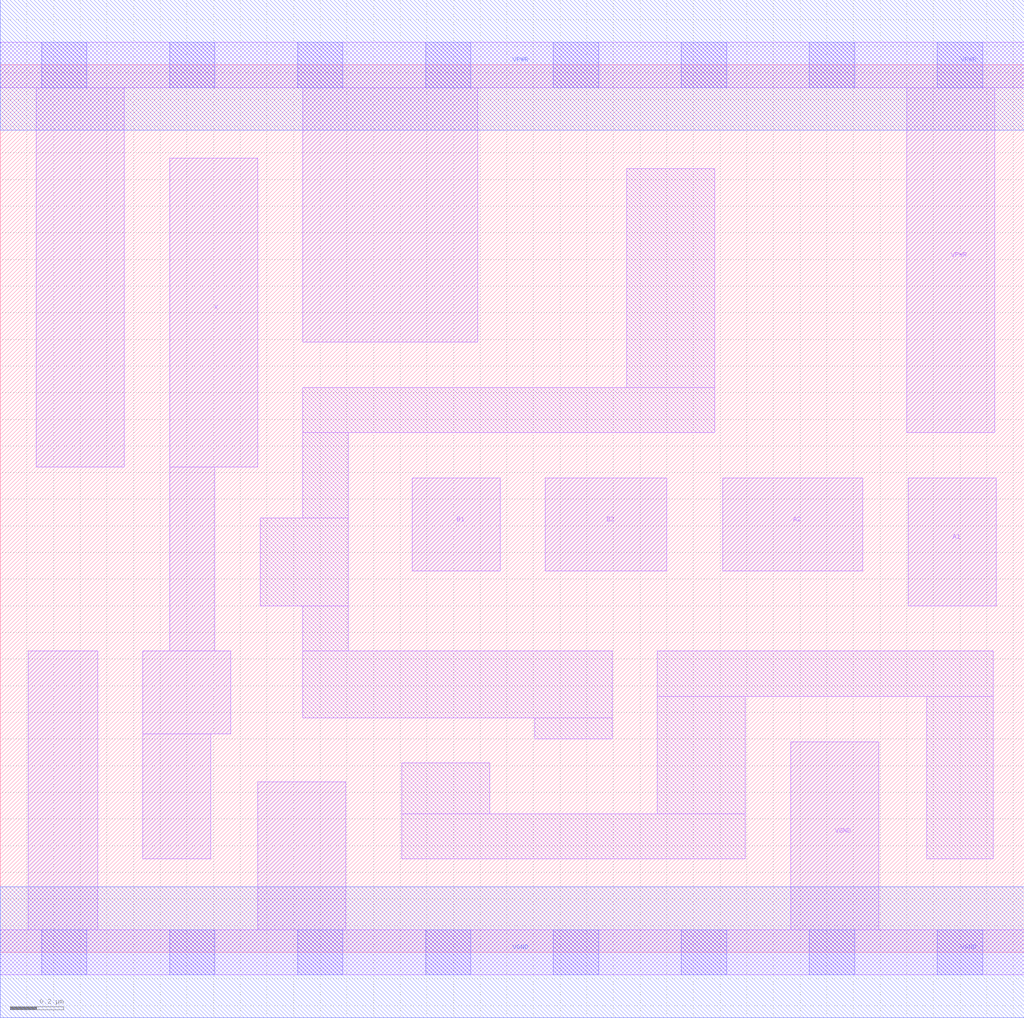
<source format=lef>
# Copyright 2020 The SkyWater PDK Authors
#
# Licensed under the Apache License, Version 2.0 (the "License");
# you may not use this file except in compliance with the License.
# You may obtain a copy of the License at
#
#     https://www.apache.org/licenses/LICENSE-2.0
#
# Unless required by applicable law or agreed to in writing, software
# distributed under the License is distributed on an "AS IS" BASIS,
# WITHOUT WARRANTIES OR CONDITIONS OF ANY KIND, either express or implied.
# See the License for the specific language governing permissions and
# limitations under the License.
#
# SPDX-License-Identifier: Apache-2.0

VERSION 5.7 ;
  NAMESCASESENSITIVE ON ;
  NOWIREEXTENSIONATPIN ON ;
  DIVIDERCHAR "/" ;
  BUSBITCHARS "[]" ;
UNITS
  DATABASE MICRONS 200 ;
END UNITS
MACRO sky130_fd_sc_hs__o22a_2
  CLASS CORE ;
  SOURCE USER ;
  FOREIGN sky130_fd_sc_hs__o22a_2 ;
  ORIGIN  0.000000  0.000000 ;
  SIZE  3.840000 BY  3.330000 ;
  SYMMETRY X Y ;
  SITE unit ;
  PIN A1
    ANTENNAGATEAREA  0.261000 ;
    DIRECTION INPUT ;
    USE SIGNAL ;
    PORT
      LAYER li1 ;
        RECT 3.405000 1.300000 3.735000 1.780000 ;
    END
  END A1
  PIN A2
    ANTENNAGATEAREA  0.261000 ;
    DIRECTION INPUT ;
    USE SIGNAL ;
    PORT
      LAYER li1 ;
        RECT 2.710000 1.430000 3.235000 1.780000 ;
    END
  END A2
  PIN B1
    ANTENNAGATEAREA  0.261000 ;
    DIRECTION INPUT ;
    USE SIGNAL ;
    PORT
      LAYER li1 ;
        RECT 1.545000 1.430000 1.875000 1.780000 ;
    END
  END B1
  PIN B2
    ANTENNAGATEAREA  0.261000 ;
    DIRECTION INPUT ;
    USE SIGNAL ;
    PORT
      LAYER li1 ;
        RECT 2.045000 1.430000 2.500000 1.780000 ;
    END
  END B2
  PIN X
    ANTENNADIFFAREA  0.543200 ;
    DIRECTION OUTPUT ;
    USE SIGNAL ;
    PORT
      LAYER li1 ;
        RECT 0.535000 0.350000 0.790000 0.820000 ;
        RECT 0.535000 0.820000 0.865000 1.130000 ;
        RECT 0.635000 1.130000 0.805000 1.820000 ;
        RECT 0.635000 1.820000 0.965000 2.980000 ;
    END
  END X
  PIN VGND
    DIRECTION INOUT ;
    USE GROUND ;
    PORT
      LAYER li1 ;
        RECT 0.000000 -0.085000 3.840000 0.085000 ;
        RECT 0.105000  0.085000 0.365000 1.130000 ;
        RECT 0.965000  0.085000 1.295000 0.640000 ;
        RECT 2.965000  0.085000 3.295000 0.790000 ;
      LAYER mcon ;
        RECT 0.155000 -0.085000 0.325000 0.085000 ;
        RECT 0.635000 -0.085000 0.805000 0.085000 ;
        RECT 1.115000 -0.085000 1.285000 0.085000 ;
        RECT 1.595000 -0.085000 1.765000 0.085000 ;
        RECT 2.075000 -0.085000 2.245000 0.085000 ;
        RECT 2.555000 -0.085000 2.725000 0.085000 ;
        RECT 3.035000 -0.085000 3.205000 0.085000 ;
        RECT 3.515000 -0.085000 3.685000 0.085000 ;
      LAYER met1 ;
        RECT 0.000000 -0.245000 3.840000 0.245000 ;
    END
  END VGND
  PIN VPWR
    DIRECTION INOUT ;
    USE POWER ;
    PORT
      LAYER li1 ;
        RECT 0.000000 3.245000 3.840000 3.415000 ;
        RECT 0.135000 1.820000 0.465000 3.245000 ;
        RECT 1.135000 2.290000 1.790000 3.245000 ;
        RECT 3.400000 1.950000 3.730000 3.245000 ;
      LAYER mcon ;
        RECT 0.155000 3.245000 0.325000 3.415000 ;
        RECT 0.635000 3.245000 0.805000 3.415000 ;
        RECT 1.115000 3.245000 1.285000 3.415000 ;
        RECT 1.595000 3.245000 1.765000 3.415000 ;
        RECT 2.075000 3.245000 2.245000 3.415000 ;
        RECT 2.555000 3.245000 2.725000 3.415000 ;
        RECT 3.035000 3.245000 3.205000 3.415000 ;
        RECT 3.515000 3.245000 3.685000 3.415000 ;
      LAYER met1 ;
        RECT 0.000000 3.085000 3.840000 3.575000 ;
    END
  END VPWR
  OBS
    LAYER li1 ;
      RECT 0.975000 1.300000 1.305000 1.630000 ;
      RECT 1.135000 0.880000 2.295000 1.130000 ;
      RECT 1.135000 1.130000 1.305000 1.300000 ;
      RECT 1.135000 1.630000 1.305000 1.950000 ;
      RECT 1.135000 1.950000 2.680000 2.120000 ;
      RECT 1.505000 0.350000 2.795000 0.520000 ;
      RECT 1.505000 0.520000 1.835000 0.710000 ;
      RECT 2.005000 0.800000 2.295000 0.880000 ;
      RECT 2.350000 2.120000 2.680000 2.940000 ;
      RECT 2.465000 0.520000 2.795000 0.960000 ;
      RECT 2.465000 0.960000 3.725000 1.130000 ;
      RECT 3.475000 0.350000 3.725000 0.960000 ;
  END
END sky130_fd_sc_hs__o22a_2

</source>
